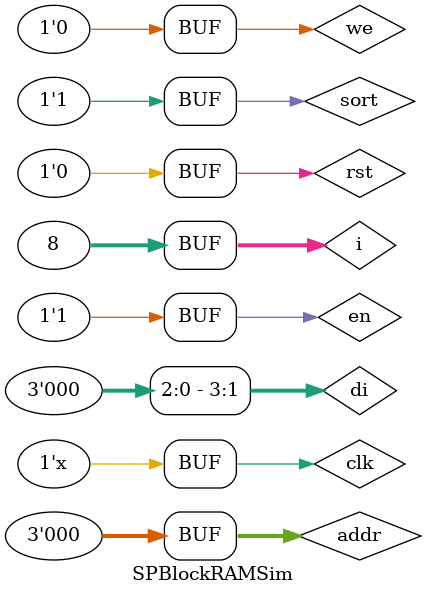
<source format=v>
`timescale 0.1ns / 1ps

module SPBlockRAMSim(

    );
    
    reg clk;
    reg rst;
    reg sort;
    reg [3:0]di;
    reg we;
    reg en;
    reg [2:0]addr;
    wire done;
    wire [3:0] sorted_data;
    integer i;
    Sort_Mem srt(
    .clk(clk),
    .rst(rst),
    .sort(sort),
    .di(di),
    .we(we),
    .en(en),
    .addr(addr),
    .done(done),
    .sorted_data(sorted_data)
    );
    
    
    initial begin
        clk = 0;
        en = 1;
        we = 1;
        sort=0;
        rst=0;
        for (i = 0; i < 8; i = i + 1) begin
            addr = i;
            di = $random;
            #10;   
        end
        we = 0;
        #20
        en = 1;
        for (i = 0; i < 8; i = i + 1) begin
            addr = i;
            #10;
        end
        addr=0;
        #40
        sort=1;
        rst=1;
        #10
        rst=0;
        
    end
    always #5 clk = ~clk; // Clock generation

endmodule

</source>
